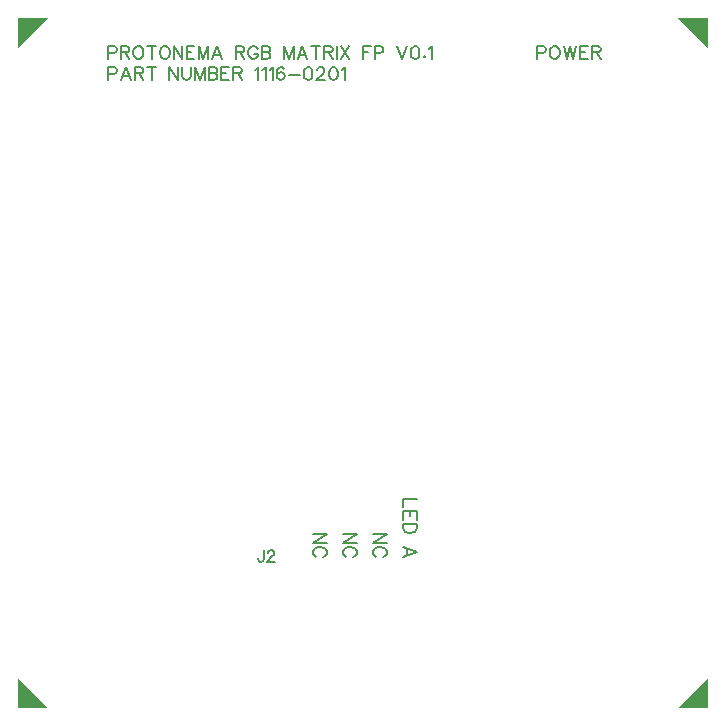
<source format=gto>
G04 Layer: TopSilkscreenLayer*
G04 EasyEDA v6.5.34, 2023-08-21 18:11:39*
G04 9c97267a3da04390b3a887c6ab87079a,5a6b42c53f6a479593ecc07194224c93,10*
G04 Gerber Generator version 0.2*
G04 Scale: 100 percent, Rotated: No, Reflected: No *
G04 Dimensions in millimeters *
G04 leading zeros omitted , absolute positions ,4 integer and 5 decimal *
%FSLAX45Y45*%
%MOMM*%

%ADD10C,0.1524*%

%LPD*%
D10*
X761992Y5601759D02*
G01*
X761992Y5492539D01*
X761992Y5601759D02*
G01*
X808728Y5601759D01*
X824222Y5596425D01*
X829556Y5591345D01*
X834636Y5580931D01*
X834636Y5565437D01*
X829556Y5555023D01*
X824222Y5549689D01*
X808728Y5544609D01*
X761992Y5544609D01*
X868926Y5601759D02*
G01*
X868926Y5492539D01*
X868926Y5601759D02*
G01*
X915662Y5601759D01*
X931410Y5596425D01*
X936490Y5591345D01*
X941824Y5580931D01*
X941824Y5570517D01*
X936490Y5560103D01*
X931410Y5555023D01*
X915662Y5549689D01*
X868926Y5549689D01*
X905502Y5549689D02*
G01*
X941824Y5492539D01*
X1007102Y5601759D02*
G01*
X996942Y5596425D01*
X986528Y5586265D01*
X981194Y5575851D01*
X976114Y5560103D01*
X976114Y5534195D01*
X981194Y5518701D01*
X986528Y5508287D01*
X996942Y5497873D01*
X1007102Y5492539D01*
X1027930Y5492539D01*
X1038344Y5497873D01*
X1048758Y5508287D01*
X1054092Y5518701D01*
X1059172Y5534195D01*
X1059172Y5560103D01*
X1054092Y5575851D01*
X1048758Y5586265D01*
X1038344Y5596425D01*
X1027930Y5601759D01*
X1007102Y5601759D01*
X1129784Y5601759D02*
G01*
X1129784Y5492539D01*
X1093462Y5601759D02*
G01*
X1166106Y5601759D01*
X1231638Y5601759D02*
G01*
X1221224Y5596425D01*
X1210810Y5586265D01*
X1205730Y5575851D01*
X1200396Y5560103D01*
X1200396Y5534195D01*
X1205730Y5518701D01*
X1210810Y5508287D01*
X1221224Y5497873D01*
X1231638Y5492539D01*
X1252466Y5492539D01*
X1262880Y5497873D01*
X1273294Y5508287D01*
X1278374Y5518701D01*
X1283708Y5534195D01*
X1283708Y5560103D01*
X1278374Y5575851D01*
X1273294Y5586265D01*
X1262880Y5596425D01*
X1252466Y5601759D01*
X1231638Y5601759D01*
X1317998Y5601759D02*
G01*
X1317998Y5492539D01*
X1317998Y5601759D02*
G01*
X1390642Y5492539D01*
X1390642Y5601759D02*
G01*
X1390642Y5492539D01*
X1424932Y5601759D02*
G01*
X1424932Y5492539D01*
X1424932Y5601759D02*
G01*
X1492496Y5601759D01*
X1424932Y5549689D02*
G01*
X1466588Y5549689D01*
X1424932Y5492539D02*
G01*
X1492496Y5492539D01*
X1526786Y5601759D02*
G01*
X1526786Y5492539D01*
X1526786Y5601759D02*
G01*
X1568442Y5492539D01*
X1609844Y5601759D02*
G01*
X1568442Y5492539D01*
X1609844Y5601759D02*
G01*
X1609844Y5492539D01*
X1685790Y5601759D02*
G01*
X1644134Y5492539D01*
X1685790Y5601759D02*
G01*
X1727192Y5492539D01*
X1659882Y5529115D02*
G01*
X1711698Y5529115D01*
X1841492Y5601759D02*
G01*
X1841492Y5492539D01*
X1841492Y5601759D02*
G01*
X1888482Y5601759D01*
X1903976Y5596425D01*
X1909056Y5591345D01*
X1914390Y5580931D01*
X1914390Y5570517D01*
X1909056Y5560103D01*
X1903976Y5555023D01*
X1888482Y5549689D01*
X1841492Y5549689D01*
X1878068Y5549689D02*
G01*
X1914390Y5492539D01*
X2026658Y5575851D02*
G01*
X2021324Y5586265D01*
X2010910Y5596425D01*
X2000496Y5601759D01*
X1979922Y5601759D01*
X1969508Y5596425D01*
X1959094Y5586265D01*
X1953760Y5575851D01*
X1948680Y5560103D01*
X1948680Y5534195D01*
X1953760Y5518701D01*
X1959094Y5508287D01*
X1969508Y5497873D01*
X1979922Y5492539D01*
X2000496Y5492539D01*
X2010910Y5497873D01*
X2021324Y5508287D01*
X2026658Y5518701D01*
X2026658Y5534195D01*
X2000496Y5534195D02*
G01*
X2026658Y5534195D01*
X2060948Y5601759D02*
G01*
X2060948Y5492539D01*
X2060948Y5601759D02*
G01*
X2107684Y5601759D01*
X2123178Y5596425D01*
X2128512Y5591345D01*
X2133592Y5580931D01*
X2133592Y5570517D01*
X2128512Y5560103D01*
X2123178Y5555023D01*
X2107684Y5549689D01*
X2060948Y5549689D02*
G01*
X2107684Y5549689D01*
X2123178Y5544609D01*
X2128512Y5539275D01*
X2133592Y5529115D01*
X2133592Y5513367D01*
X2128512Y5502953D01*
X2123178Y5497873D01*
X2107684Y5492539D01*
X2060948Y5492539D01*
X2247892Y5601759D02*
G01*
X2247892Y5492539D01*
X2247892Y5601759D02*
G01*
X2289548Y5492539D01*
X2330950Y5601759D02*
G01*
X2289548Y5492539D01*
X2330950Y5601759D02*
G01*
X2330950Y5492539D01*
X2406896Y5601759D02*
G01*
X2365240Y5492539D01*
X2406896Y5601759D02*
G01*
X2448552Y5492539D01*
X2380988Y5529115D02*
G01*
X2432804Y5529115D01*
X2519164Y5601759D02*
G01*
X2519164Y5492539D01*
X2482842Y5601759D02*
G01*
X2555486Y5601759D01*
X2589776Y5601759D02*
G01*
X2589776Y5492539D01*
X2589776Y5601759D02*
G01*
X2636512Y5601759D01*
X2652006Y5596425D01*
X2657340Y5591345D01*
X2662420Y5580931D01*
X2662420Y5570517D01*
X2657340Y5560103D01*
X2652006Y5555023D01*
X2636512Y5549689D01*
X2589776Y5549689D01*
X2626098Y5549689D02*
G01*
X2662420Y5492539D01*
X2696710Y5601759D02*
G01*
X2696710Y5492539D01*
X2731000Y5601759D02*
G01*
X2803898Y5492539D01*
X2803898Y5601759D02*
G01*
X2731000Y5492539D01*
X2918198Y5601759D02*
G01*
X2918198Y5492539D01*
X2918198Y5601759D02*
G01*
X2985762Y5601759D01*
X2918198Y5549689D02*
G01*
X2959600Y5549689D01*
X3020052Y5601759D02*
G01*
X3020052Y5492539D01*
X3020052Y5601759D02*
G01*
X3066788Y5601759D01*
X3082282Y5596425D01*
X3087362Y5591345D01*
X3092696Y5580931D01*
X3092696Y5565437D01*
X3087362Y5555023D01*
X3082282Y5549689D01*
X3066788Y5544609D01*
X3020052Y5544609D01*
X3206996Y5601759D02*
G01*
X3248652Y5492539D01*
X3290054Y5601759D02*
G01*
X3248652Y5492539D01*
X3355586Y5601759D02*
G01*
X3340092Y5596425D01*
X3329678Y5580931D01*
X3324344Y5555023D01*
X3324344Y5539275D01*
X3329678Y5513367D01*
X3340092Y5497873D01*
X3355586Y5492539D01*
X3366000Y5492539D01*
X3381494Y5497873D01*
X3391908Y5513367D01*
X3397242Y5539275D01*
X3397242Y5555023D01*
X3391908Y5580931D01*
X3381494Y5596425D01*
X3366000Y5601759D01*
X3355586Y5601759D01*
X3436612Y5518701D02*
G01*
X3431532Y5513367D01*
X3436612Y5508287D01*
X3441692Y5513367D01*
X3436612Y5518701D01*
X3475982Y5580931D02*
G01*
X3486396Y5586265D01*
X3502144Y5601759D01*
X3502144Y5492539D01*
X761992Y5423959D02*
G01*
X761992Y5314739D01*
X761992Y5423959D02*
G01*
X808728Y5423959D01*
X824222Y5418625D01*
X829556Y5413545D01*
X834636Y5403131D01*
X834636Y5387637D01*
X829556Y5377223D01*
X824222Y5371889D01*
X808728Y5366809D01*
X761992Y5366809D01*
X910582Y5423959D02*
G01*
X868926Y5314739D01*
X910582Y5423959D02*
G01*
X952238Y5314739D01*
X884674Y5351315D02*
G01*
X936490Y5351315D01*
X986528Y5423959D02*
G01*
X986528Y5314739D01*
X986528Y5423959D02*
G01*
X1033264Y5423959D01*
X1048758Y5418625D01*
X1054092Y5413545D01*
X1059172Y5403131D01*
X1059172Y5392717D01*
X1054092Y5382303D01*
X1048758Y5377223D01*
X1033264Y5371889D01*
X986528Y5371889D01*
X1022850Y5371889D02*
G01*
X1059172Y5314739D01*
X1129784Y5423959D02*
G01*
X1129784Y5314739D01*
X1093462Y5423959D02*
G01*
X1166106Y5423959D01*
X1280406Y5423959D02*
G01*
X1280406Y5314739D01*
X1280406Y5423959D02*
G01*
X1353304Y5314739D01*
X1353304Y5423959D02*
G01*
X1353304Y5314739D01*
X1387594Y5423959D02*
G01*
X1387594Y5345981D01*
X1392674Y5330487D01*
X1403088Y5320073D01*
X1418582Y5314739D01*
X1428996Y5314739D01*
X1444744Y5320073D01*
X1455158Y5330487D01*
X1460238Y5345981D01*
X1460238Y5423959D01*
X1494528Y5423959D02*
G01*
X1494528Y5314739D01*
X1494528Y5423959D02*
G01*
X1536184Y5314739D01*
X1577586Y5423959D02*
G01*
X1536184Y5314739D01*
X1577586Y5423959D02*
G01*
X1577586Y5314739D01*
X1611876Y5423959D02*
G01*
X1611876Y5314739D01*
X1611876Y5423959D02*
G01*
X1658612Y5423959D01*
X1674360Y5418625D01*
X1679440Y5413545D01*
X1684774Y5403131D01*
X1684774Y5392717D01*
X1679440Y5382303D01*
X1674360Y5377223D01*
X1658612Y5371889D01*
X1611876Y5371889D02*
G01*
X1658612Y5371889D01*
X1674360Y5366809D01*
X1679440Y5361475D01*
X1684774Y5351315D01*
X1684774Y5335567D01*
X1679440Y5325153D01*
X1674360Y5320073D01*
X1658612Y5314739D01*
X1611876Y5314739D01*
X1719064Y5423959D02*
G01*
X1719064Y5314739D01*
X1719064Y5423959D02*
G01*
X1786628Y5423959D01*
X1719064Y5371889D02*
G01*
X1760466Y5371889D01*
X1719064Y5314739D02*
G01*
X1786628Y5314739D01*
X1820918Y5423959D02*
G01*
X1820918Y5314739D01*
X1820918Y5423959D02*
G01*
X1867654Y5423959D01*
X1883148Y5418625D01*
X1888482Y5413545D01*
X1893562Y5403131D01*
X1893562Y5392717D01*
X1888482Y5382303D01*
X1883148Y5377223D01*
X1867654Y5371889D01*
X1820918Y5371889D01*
X1857240Y5371889D02*
G01*
X1893562Y5314739D01*
X2007862Y5403131D02*
G01*
X2018276Y5408465D01*
X2033770Y5423959D01*
X2033770Y5314739D01*
X2068060Y5403131D02*
G01*
X2078474Y5408465D01*
X2094222Y5423959D01*
X2094222Y5314739D01*
X2128512Y5403131D02*
G01*
X2138672Y5408465D01*
X2154420Y5423959D01*
X2154420Y5314739D01*
X2250940Y5408465D02*
G01*
X2245860Y5418625D01*
X2230112Y5423959D01*
X2219952Y5423959D01*
X2204204Y5418625D01*
X2193790Y5403131D01*
X2188710Y5377223D01*
X2188710Y5351315D01*
X2193790Y5330487D01*
X2204204Y5320073D01*
X2219952Y5314739D01*
X2225032Y5314739D01*
X2240526Y5320073D01*
X2250940Y5330487D01*
X2256274Y5345981D01*
X2256274Y5351315D01*
X2250940Y5366809D01*
X2240526Y5377223D01*
X2225032Y5382303D01*
X2219952Y5382303D01*
X2204204Y5377223D01*
X2193790Y5366809D01*
X2188710Y5351315D01*
X2290564Y5361475D02*
G01*
X2384036Y5361475D01*
X2449568Y5423959D02*
G01*
X2433820Y5418625D01*
X2423406Y5403131D01*
X2418326Y5377223D01*
X2418326Y5361475D01*
X2423406Y5335567D01*
X2433820Y5320073D01*
X2449568Y5314739D01*
X2459982Y5314739D01*
X2475476Y5320073D01*
X2485890Y5335567D01*
X2490970Y5361475D01*
X2490970Y5377223D01*
X2485890Y5403131D01*
X2475476Y5418625D01*
X2459982Y5423959D01*
X2449568Y5423959D01*
X2530594Y5398051D02*
G01*
X2530594Y5403131D01*
X2535674Y5413545D01*
X2541008Y5418625D01*
X2551422Y5423959D01*
X2571996Y5423959D01*
X2582410Y5418625D01*
X2587744Y5413545D01*
X2592824Y5403131D01*
X2592824Y5392717D01*
X2587744Y5382303D01*
X2577330Y5366809D01*
X2525260Y5314739D01*
X2598158Y5314739D01*
X2663436Y5423959D02*
G01*
X2647942Y5418625D01*
X2637528Y5403131D01*
X2632448Y5377223D01*
X2632448Y5361475D01*
X2637528Y5335567D01*
X2647942Y5320073D01*
X2663436Y5314739D01*
X2673850Y5314739D01*
X2689598Y5320073D01*
X2700012Y5335567D01*
X2705092Y5361475D01*
X2705092Y5377223D01*
X2700012Y5403131D01*
X2689598Y5418625D01*
X2673850Y5423959D01*
X2663436Y5423959D01*
X2739382Y5403131D02*
G01*
X2749796Y5408465D01*
X2765290Y5423959D01*
X2765290Y5314739D01*
X2610403Y1473197D02*
G01*
X2495849Y1473197D01*
X2610403Y1473197D02*
G01*
X2495849Y1396743D01*
X2610403Y1396743D02*
G01*
X2495849Y1396743D01*
X2582971Y1279141D02*
G01*
X2593893Y1284475D01*
X2604815Y1295397D01*
X2610403Y1306319D01*
X2610403Y1328163D01*
X2604815Y1339085D01*
X2593893Y1350007D01*
X2582971Y1355341D01*
X2566715Y1360929D01*
X2539283Y1360929D01*
X2523027Y1355341D01*
X2512105Y1350007D01*
X2501183Y1339085D01*
X2495849Y1328163D01*
X2495849Y1306319D01*
X2501183Y1295397D01*
X2512105Y1284475D01*
X2523027Y1279141D01*
X3372401Y1765292D02*
G01*
X3257847Y1765292D01*
X3257847Y1765292D02*
G01*
X3257847Y1699760D01*
X3372401Y1663946D02*
G01*
X3257847Y1663946D01*
X3372401Y1663946D02*
G01*
X3372401Y1592826D01*
X3317791Y1663946D02*
G01*
X3317791Y1620258D01*
X3257847Y1663946D02*
G01*
X3257847Y1592826D01*
X3372401Y1557012D02*
G01*
X3257847Y1557012D01*
X3372401Y1557012D02*
G01*
X3372401Y1518658D01*
X3366813Y1502402D01*
X3355891Y1491480D01*
X3344969Y1486146D01*
X3328713Y1480558D01*
X3301281Y1480558D01*
X3285025Y1486146D01*
X3274103Y1491480D01*
X3263181Y1502402D01*
X3257847Y1518658D01*
X3257847Y1557012D01*
X3372401Y1316982D02*
G01*
X3257847Y1360670D01*
X3372401Y1316982D02*
G01*
X3257847Y1273294D01*
X3295947Y1344160D02*
G01*
X3295947Y1289550D01*
X2077471Y1332755D02*
G01*
X2077471Y1260109D01*
X2072899Y1246393D01*
X2068327Y1241823D01*
X2059183Y1237249D01*
X2050293Y1237249D01*
X2041149Y1241823D01*
X2036577Y1246393D01*
X2032005Y1260109D01*
X2032005Y1269255D01*
X2112015Y1310147D02*
G01*
X2112015Y1314721D01*
X2116587Y1323609D01*
X2121159Y1328181D01*
X2130303Y1332755D01*
X2148337Y1332755D01*
X2157481Y1328181D01*
X2162053Y1323609D01*
X2166625Y1314721D01*
X2166625Y1305577D01*
X2162053Y1296431D01*
X2152909Y1282715D01*
X2107443Y1237249D01*
X2171197Y1237249D01*
X2864403Y1473197D02*
G01*
X2749849Y1473197D01*
X2864403Y1473197D02*
G01*
X2749849Y1396743D01*
X2864403Y1396743D02*
G01*
X2749849Y1396743D01*
X2836971Y1279141D02*
G01*
X2847893Y1284475D01*
X2858815Y1295397D01*
X2864403Y1306319D01*
X2864403Y1328163D01*
X2858815Y1339085D01*
X2847893Y1350007D01*
X2836971Y1355341D01*
X2820715Y1360929D01*
X2793283Y1360929D01*
X2777027Y1355341D01*
X2766105Y1350007D01*
X2755183Y1339085D01*
X2749849Y1328163D01*
X2749849Y1306319D01*
X2755183Y1295397D01*
X2766105Y1284475D01*
X2777027Y1279141D01*
X3118403Y1473197D02*
G01*
X3003849Y1473197D01*
X3118403Y1473197D02*
G01*
X3003849Y1396743D01*
X3118403Y1396743D02*
G01*
X3003849Y1396743D01*
X3090971Y1279141D02*
G01*
X3101893Y1284475D01*
X3112815Y1295397D01*
X3118403Y1306319D01*
X3118403Y1328163D01*
X3112815Y1339085D01*
X3101893Y1350007D01*
X3090971Y1355341D01*
X3074715Y1360929D01*
X3047283Y1360929D01*
X3031027Y1355341D01*
X3020105Y1350007D01*
X3009183Y1339085D01*
X3003849Y1328163D01*
X3003849Y1306319D01*
X3009183Y1295397D01*
X3020105Y1284475D01*
X3031027Y1279141D01*
X4394192Y5601708D02*
G01*
X4394192Y5492742D01*
X4394192Y5601708D02*
G01*
X4440928Y5601708D01*
X4456422Y5596628D01*
X4461756Y5591294D01*
X4466836Y5580880D01*
X4466836Y5565386D01*
X4461756Y5554972D01*
X4456422Y5549892D01*
X4440928Y5544558D01*
X4394192Y5544558D01*
X4532368Y5601708D02*
G01*
X4521954Y5596628D01*
X4511540Y5586214D01*
X4506460Y5575800D01*
X4501126Y5560052D01*
X4501126Y5534144D01*
X4506460Y5518650D01*
X4511540Y5508236D01*
X4521954Y5497822D01*
X4532368Y5492742D01*
X4553196Y5492742D01*
X4563610Y5497822D01*
X4574024Y5508236D01*
X4579104Y5518650D01*
X4584438Y5534144D01*
X4584438Y5560052D01*
X4579104Y5575800D01*
X4574024Y5586214D01*
X4563610Y5596628D01*
X4553196Y5601708D01*
X4532368Y5601708D01*
X4618728Y5601708D02*
G01*
X4644636Y5492742D01*
X4670544Y5601708D02*
G01*
X4644636Y5492742D01*
X4670544Y5601708D02*
G01*
X4696452Y5492742D01*
X4722614Y5601708D02*
G01*
X4696452Y5492742D01*
X4756904Y5601708D02*
G01*
X4756904Y5492742D01*
X4756904Y5601708D02*
G01*
X4824468Y5601708D01*
X4756904Y5549892D02*
G01*
X4798306Y5549892D01*
X4756904Y5492742D02*
G01*
X4824468Y5492742D01*
X4858758Y5601708D02*
G01*
X4858758Y5492742D01*
X4858758Y5601708D02*
G01*
X4905494Y5601708D01*
X4920988Y5596628D01*
X4926322Y5591294D01*
X4931402Y5580880D01*
X4931402Y5570466D01*
X4926322Y5560052D01*
X4920988Y5554972D01*
X4905494Y5549892D01*
X4858758Y5549892D01*
X4895080Y5549892D02*
G01*
X4931402Y5492742D01*
G36*
X0Y5842000D02*
G01*
X0Y5588000D01*
X254000Y5842000D01*
G37*
G36*
X0Y254000D02*
G01*
X0Y0D01*
X254000Y0D01*
G37*
G36*
X5842000Y254000D02*
G01*
X5588000Y0D01*
X5842000Y0D01*
G37*
G36*
X5588000Y5842000D02*
G01*
X5842000Y5588000D01*
X5842000Y5842000D01*
G37*
M02*

</source>
